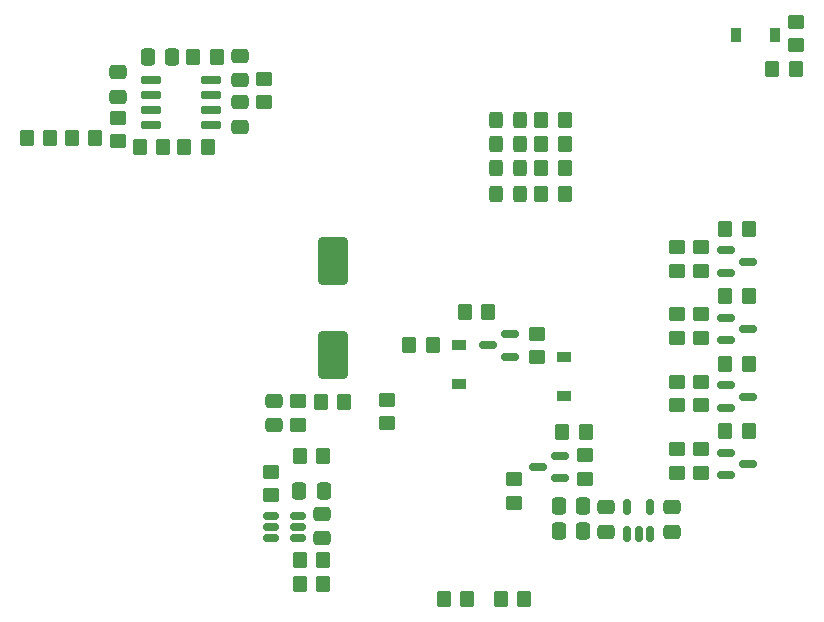
<source format=gtp>
G04 #@! TF.GenerationSoftware,KiCad,Pcbnew,6.0.10-86aedd382b~118~ubuntu22.04.1*
G04 #@! TF.CreationDate,2023-01-24T12:47:22+01:00*
G04 #@! TF.ProjectId,shield,73686965-6c64-42e6-9b69-6361645f7063,rev?*
G04 #@! TF.SameCoordinates,Original*
G04 #@! TF.FileFunction,Paste,Top*
G04 #@! TF.FilePolarity,Positive*
%FSLAX46Y46*%
G04 Gerber Fmt 4.6, Leading zero omitted, Abs format (unit mm)*
G04 Created by KiCad (PCBNEW 6.0.10-86aedd382b~118~ubuntu22.04.1) date 2023-01-24 12:47:22*
%MOMM*%
%LPD*%
G01*
G04 APERTURE LIST*
G04 Aperture macros list*
%AMRoundRect*
0 Rectangle with rounded corners*
0 $1 Rounding radius*
0 $2 $3 $4 $5 $6 $7 $8 $9 X,Y pos of 4 corners*
0 Add a 4 corners polygon primitive as box body*
4,1,4,$2,$3,$4,$5,$6,$7,$8,$9,$2,$3,0*
0 Add four circle primitives for the rounded corners*
1,1,$1+$1,$2,$3*
1,1,$1+$1,$4,$5*
1,1,$1+$1,$6,$7*
1,1,$1+$1,$8,$9*
0 Add four rect primitives between the rounded corners*
20,1,$1+$1,$2,$3,$4,$5,0*
20,1,$1+$1,$4,$5,$6,$7,0*
20,1,$1+$1,$6,$7,$8,$9,0*
20,1,$1+$1,$8,$9,$2,$3,0*%
G04 Aperture macros list end*
%ADD10RoundRect,0.250000X-0.475000X0.337500X-0.475000X-0.337500X0.475000X-0.337500X0.475000X0.337500X0*%
%ADD11RoundRect,0.250000X0.350000X0.450000X-0.350000X0.450000X-0.350000X-0.450000X0.350000X-0.450000X0*%
%ADD12RoundRect,0.250000X-0.350000X-0.450000X0.350000X-0.450000X0.350000X0.450000X-0.350000X0.450000X0*%
%ADD13RoundRect,0.250000X-0.325000X-0.450000X0.325000X-0.450000X0.325000X0.450000X-0.325000X0.450000X0*%
%ADD14R,1.200000X0.900000*%
%ADD15RoundRect,0.250000X0.475000X-0.337500X0.475000X0.337500X-0.475000X0.337500X-0.475000X-0.337500X0*%
%ADD16RoundRect,0.250000X-0.450000X0.350000X-0.450000X-0.350000X0.450000X-0.350000X0.450000X0.350000X0*%
%ADD17RoundRect,0.250000X0.450000X-0.350000X0.450000X0.350000X-0.450000X0.350000X-0.450000X-0.350000X0*%
%ADD18RoundRect,0.150000X-0.587500X-0.150000X0.587500X-0.150000X0.587500X0.150000X-0.587500X0.150000X0*%
%ADD19RoundRect,0.150000X0.587500X0.150000X-0.587500X0.150000X-0.587500X-0.150000X0.587500X-0.150000X0*%
%ADD20R,0.900000X1.200000*%
%ADD21RoundRect,0.150000X0.512500X0.150000X-0.512500X0.150000X-0.512500X-0.150000X0.512500X-0.150000X0*%
%ADD22RoundRect,0.250000X1.000000X-1.750000X1.000000X1.750000X-1.000000X1.750000X-1.000000X-1.750000X0*%
%ADD23RoundRect,0.250000X-0.337500X-0.475000X0.337500X-0.475000X0.337500X0.475000X-0.337500X0.475000X0*%
%ADD24RoundRect,0.150000X0.150000X-0.512500X0.150000X0.512500X-0.150000X0.512500X-0.150000X-0.512500X0*%
%ADD25RoundRect,0.250000X0.337500X0.475000X-0.337500X0.475000X-0.337500X-0.475000X0.337500X-0.475000X0*%
%ADD26RoundRect,0.150000X-0.725000X-0.150000X0.725000X-0.150000X0.725000X0.150000X-0.725000X0.150000X0*%
G04 APERTURE END LIST*
D10*
X164084000Y-118850500D03*
X164084000Y-120925500D03*
D11*
X140192000Y-114554000D03*
X138192000Y-114554000D03*
D12*
X158639000Y-86106000D03*
X160639000Y-86106000D03*
D13*
X154804000Y-88138000D03*
X156854000Y-88138000D03*
D14*
X151638000Y-105157000D03*
X151638000Y-108457000D03*
D15*
X133096000Y-82698500D03*
X133096000Y-80623500D03*
X122804650Y-84113071D03*
X122804650Y-82038071D03*
D13*
X154804000Y-92329000D03*
X156854000Y-92329000D03*
D12*
X174206000Y-106701000D03*
X176206000Y-106701000D03*
X174206000Y-100986000D03*
X176206000Y-100986000D03*
D16*
X138049000Y-109871000D03*
X138049000Y-111871000D03*
D11*
X140192000Y-123317000D03*
X138192000Y-123317000D03*
X180197000Y-81788000D03*
X178197000Y-81788000D03*
D13*
X154804000Y-86106000D03*
X156854000Y-86106000D03*
D12*
X118888000Y-87630000D03*
X120888000Y-87630000D03*
X158639000Y-92329000D03*
X160639000Y-92329000D03*
D16*
X145542000Y-109744000D03*
X145542000Y-111744000D03*
D17*
X156337000Y-118475000D03*
X156337000Y-116475000D03*
D16*
X170142000Y-108241000D03*
X170142000Y-110241000D03*
D12*
X138192000Y-125349000D03*
X140192000Y-125349000D03*
D14*
X160528000Y-106173000D03*
X160528000Y-109473000D03*
D12*
X139970000Y-109982000D03*
X141970000Y-109982000D03*
D18*
X174284500Y-97115000D03*
X174284500Y-99015000D03*
X176159500Y-98065000D03*
D11*
X130413000Y-88392000D03*
X128413000Y-88392000D03*
D16*
X172174000Y-113956000D03*
X172174000Y-115956000D03*
D17*
X122783369Y-87864028D03*
X122783369Y-85864028D03*
D12*
X174222000Y-95271000D03*
X176222000Y-95271000D03*
X155210000Y-126619000D03*
X157210000Y-126619000D03*
D17*
X180213000Y-79740000D03*
X180213000Y-77740000D03*
D12*
X129175000Y-80772000D03*
X131175000Y-80772000D03*
D17*
X162306000Y-116459000D03*
X162306000Y-114459000D03*
X158242000Y-106156000D03*
X158242000Y-104156000D03*
D18*
X174284500Y-102830000D03*
X174284500Y-104730000D03*
X176159500Y-103780000D03*
D19*
X160228000Y-116409000D03*
X160228000Y-114509000D03*
X158353000Y-115459000D03*
D12*
X158639000Y-88138000D03*
X160639000Y-88138000D03*
D10*
X140081000Y-119411886D03*
X140081000Y-121486886D03*
D16*
X170142000Y-96827000D03*
X170142000Y-98827000D03*
X172174000Y-96827000D03*
X172174000Y-98827000D03*
D19*
X156004500Y-106106000D03*
X156004500Y-104206000D03*
X154129500Y-105156000D03*
D17*
X135128000Y-84566000D03*
X135128000Y-82566000D03*
D12*
X115078000Y-87630000D03*
X117078000Y-87630000D03*
X152162000Y-102362000D03*
X154162000Y-102362000D03*
X160417000Y-112522000D03*
X162417000Y-112522000D03*
D20*
X175134000Y-78867000D03*
X178434000Y-78867000D03*
D12*
X150384000Y-126619000D03*
X152384000Y-126619000D03*
D21*
X138043500Y-121473000D03*
X138043500Y-120523000D03*
X138043500Y-119573000D03*
X135768500Y-119573000D03*
X135768500Y-120523000D03*
X135768500Y-121473000D03*
D16*
X135763000Y-115840000D03*
X135763000Y-117840000D03*
D22*
X140970000Y-105967500D03*
X140970000Y-97967500D03*
D10*
X136017000Y-109833500D03*
X136017000Y-111908500D03*
D11*
X126651161Y-88392058D03*
X124651161Y-88392058D03*
D12*
X147463000Y-105156000D03*
X149463000Y-105156000D03*
X158639000Y-90170000D03*
X160639000Y-90170000D03*
D23*
X125327500Y-80772000D03*
X127402500Y-80772000D03*
D18*
X174284500Y-114260000D03*
X174284500Y-116160000D03*
X176159500Y-115210000D03*
D15*
X169672000Y-120925500D03*
X169672000Y-118850500D03*
D24*
X165928000Y-121152500D03*
X166878000Y-121152500D03*
X167828000Y-121152500D03*
X167828000Y-118877500D03*
X165928000Y-118877500D03*
D23*
X160104000Y-120904000D03*
X162179000Y-120904000D03*
D10*
X133096000Y-84560500D03*
X133096000Y-86635500D03*
D23*
X160104000Y-118745000D03*
X162179000Y-118745000D03*
D16*
X172174000Y-102526000D03*
X172174000Y-104526000D03*
X170142000Y-102526000D03*
X170142000Y-104526000D03*
X170142000Y-113956000D03*
X170142000Y-115956000D03*
D25*
X140229500Y-117475000D03*
X138154500Y-117475000D03*
D18*
X174284500Y-108545000D03*
X174284500Y-110445000D03*
X176159500Y-109495000D03*
D12*
X174222000Y-112416000D03*
X176222000Y-112416000D03*
D16*
X172174000Y-108241000D03*
X172174000Y-110241000D03*
D13*
X154804000Y-90170000D03*
X156854000Y-90170000D03*
D26*
X125568000Y-82677000D03*
X125568000Y-83947000D03*
X125568000Y-85217000D03*
X125568000Y-86487000D03*
X130718000Y-86487000D03*
X130718000Y-85217000D03*
X130718000Y-83947000D03*
X130718000Y-82677000D03*
M02*

</source>
